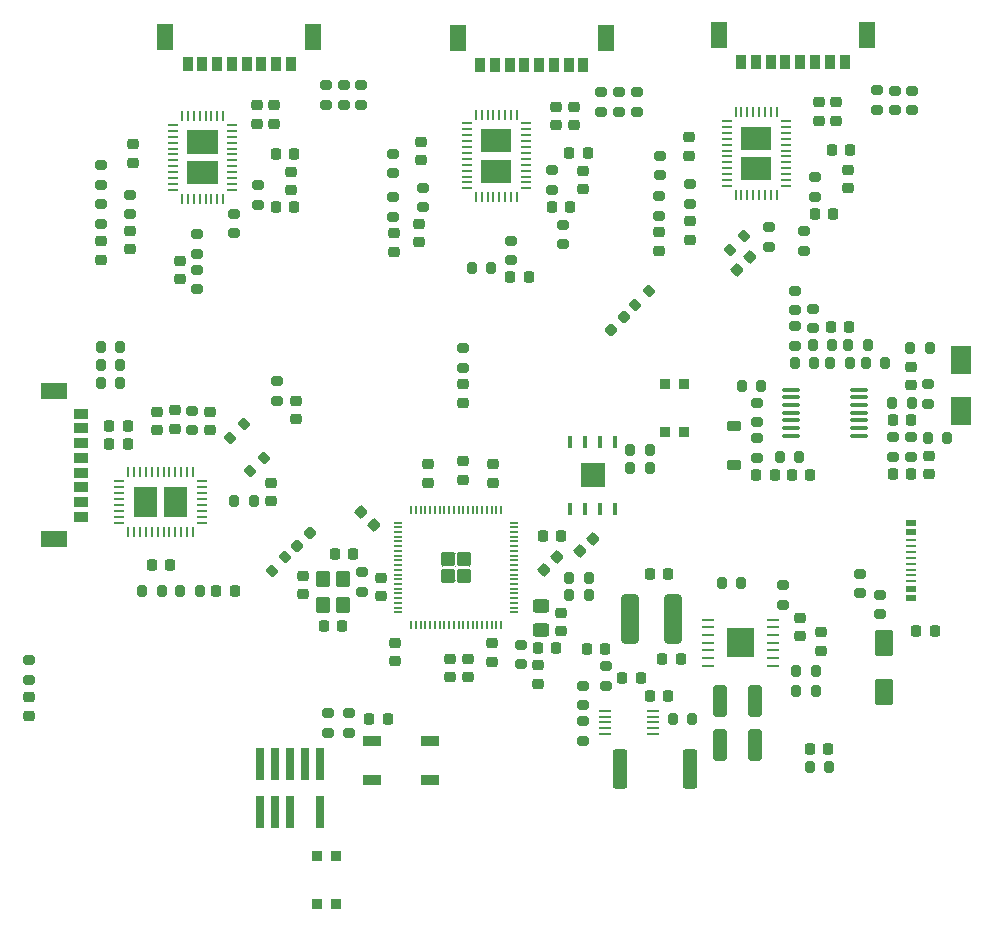
<source format=gtp>
%TF.GenerationSoftware,KiCad,Pcbnew,9.0.2-9.0.2-0~ubuntu24.04.1*%
%TF.CreationDate,2025-06-13T17:41:29-07:00*%
%TF.ProjectId,motor_board,6d6f746f-725f-4626-9f61-72642e6b6963,1.1*%
%TF.SameCoordinates,Original*%
%TF.FileFunction,Paste,Top*%
%TF.FilePolarity,Positive*%
%FSLAX46Y46*%
G04 Gerber Fmt 4.6, Leading zero omitted, Abs format (unit mm)*
G04 Created by KiCad (PCBNEW 9.0.2-9.0.2-0~ubuntu24.04.1) date 2025-06-13 17:41:29*
%MOMM*%
%LPD*%
G01*
G04 APERTURE LIST*
G04 Aperture macros list*
%AMRoundRect*
0 Rectangle with rounded corners*
0 $1 Rounding radius*
0 $2 $3 $4 $5 $6 $7 $8 $9 X,Y pos of 4 corners*
0 Add a 4 corners polygon primitive as box body*
4,1,4,$2,$3,$4,$5,$6,$7,$8,$9,$2,$3,0*
0 Add four circle primitives for the rounded corners*
1,1,$1+$1,$2,$3*
1,1,$1+$1,$4,$5*
1,1,$1+$1,$6,$7*
1,1,$1+$1,$8,$9*
0 Add four rect primitives between the rounded corners*
20,1,$1+$1,$2,$3,$4,$5,0*
20,1,$1+$1,$4,$5,$6,$7,0*
20,1,$1+$1,$6,$7,$8,$9,0*
20,1,$1+$1,$8,$9,$2,$3,0*%
G04 Aperture macros list end*
%ADD10C,0.000000*%
%ADD11R,1.120140X0.213360*%
%ADD12R,1.617000X1.722000*%
%ADD13RoundRect,0.225000X0.225000X0.250000X-0.225000X0.250000X-0.225000X-0.250000X0.225000X-0.250000X0*%
%ADD14RoundRect,0.225000X-0.225000X-0.250000X0.225000X-0.250000X0.225000X0.250000X-0.225000X0.250000X0*%
%ADD15RoundRect,0.200000X0.275000X-0.200000X0.275000X0.200000X-0.275000X0.200000X-0.275000X-0.200000X0*%
%ADD16RoundRect,0.225000X0.250000X-0.225000X0.250000X0.225000X-0.250000X0.225000X-0.250000X-0.225000X0*%
%ADD17RoundRect,0.200000X0.200000X0.275000X-0.200000X0.275000X-0.200000X-0.275000X0.200000X-0.275000X0*%
%ADD18RoundRect,0.200000X-0.200000X-0.275000X0.200000X-0.275000X0.200000X0.275000X-0.200000X0.275000X0*%
%ADD19RoundRect,0.250000X0.362500X1.425000X-0.362500X1.425000X-0.362500X-1.425000X0.362500X-1.425000X0*%
%ADD20RoundRect,0.333000X0.417000X1.767000X-0.417000X1.767000X-0.417000X-1.767000X0.417000X-1.767000X0*%
%ADD21RoundRect,0.250000X-0.325000X-1.100000X0.325000X-1.100000X0.325000X1.100000X-0.325000X1.100000X0*%
%ADD22R,1.137920X0.211328*%
%ADD23R,0.920000X0.480000*%
%ADD24R,0.920000X0.240000*%
%ADD25RoundRect,0.225000X0.335876X0.017678X0.017678X0.335876X-0.335876X-0.017678X-0.017678X-0.335876X0*%
%ADD26RoundRect,0.225000X-0.250000X0.225000X-0.250000X-0.225000X0.250000X-0.225000X0.250000X0.225000X0*%
%ADD27RoundRect,0.200000X-0.275000X0.200000X-0.275000X-0.200000X0.275000X-0.200000X0.275000X0.200000X0*%
%ADD28RoundRect,0.218750X0.256250X-0.218750X0.256250X0.218750X-0.256250X0.218750X-0.256250X-0.218750X0*%
%ADD29R,0.242473X0.906066*%
%ADD30R,0.906066X0.242473*%
%ADD31RoundRect,0.168300X0.596700X-0.936700X0.596700X0.936700X-0.596700X0.936700X-0.596700X-0.936700X0*%
%ADD32RoundRect,0.200000X-0.053033X0.335876X-0.335876X0.053033X0.053033X-0.335876X0.335876X-0.053033X0*%
%ADD33RoundRect,0.090000X-0.660000X-0.360000X0.660000X-0.360000X0.660000X0.360000X-0.660000X0.360000X0*%
%ADD34R,0.740000X2.790000*%
%ADD35RoundRect,0.250000X-0.450000X0.325000X-0.450000X-0.325000X0.450000X-0.325000X0.450000X0.325000X0*%
%ADD36R,0.900000X0.900000*%
%ADD37R,0.838200X1.295400*%
%ADD38R,1.397000X2.260600*%
%ADD39RoundRect,0.250000X-0.350000X0.450000X-0.350000X-0.450000X0.350000X-0.450000X0.350000X0.450000X0*%
%ADD40RoundRect,0.100000X0.637500X0.100000X-0.637500X0.100000X-0.637500X-0.100000X0.637500X-0.100000X0*%
%ADD41RoundRect,0.218750X-0.026517X0.335876X-0.335876X0.026517X0.026517X-0.335876X0.335876X-0.026517X0*%
%ADD42R,0.450000X1.050000*%
%ADD43R,2.100000X2.100000*%
%ADD44RoundRect,0.225000X0.017678X-0.335876X0.335876X-0.017678X-0.017678X0.335876X-0.335876X0.017678X0*%
%ADD45RoundRect,0.218750X0.218750X0.256250X-0.218750X0.256250X-0.218750X-0.256250X0.218750X-0.256250X0*%
%ADD46R,1.700000X2.350000*%
%ADD47RoundRect,0.218750X0.026517X-0.335876X0.335876X-0.026517X-0.026517X0.335876X-0.335876X0.026517X0*%
%ADD48RoundRect,0.200000X0.053033X-0.335876X0.335876X-0.053033X-0.053033X0.335876X-0.335876X0.053033X0*%
%ADD49RoundRect,0.225000X-0.375000X0.225000X-0.375000X-0.225000X0.375000X-0.225000X0.375000X0.225000X0*%
%ADD50RoundRect,0.250000X-0.350000X0.350000X-0.350000X-0.350000X0.350000X-0.350000X0.350000X0.350000X0*%
%ADD51RoundRect,0.044000X-0.044000X-0.268000X0.044000X-0.268000X0.044000X0.268000X-0.044000X0.268000X0*%
%ADD52RoundRect,0.044000X-0.268000X0.044000X-0.268000X-0.044000X0.268000X-0.044000X0.268000X0.044000X0*%
%ADD53R,0.000001X0.000001*%
%ADD54R,1.295400X0.838200*%
%ADD55R,2.260600X1.397000*%
%ADD56RoundRect,0.225000X-0.017678X0.335876X-0.335876X0.017678X0.017678X-0.335876X0.335876X-0.017678X0*%
G04 APERTURE END LIST*
D10*
%TO.C,U5*%
G36*
X166391004Y-118020000D02*
G01*
X164081004Y-118020000D01*
X164081004Y-115560000D01*
X166391004Y-115560000D01*
X166391004Y-118020000D01*
G37*
%TO.C,U9*%
G36*
X115805771Y-106161631D02*
G01*
X113838371Y-106161631D01*
X113838371Y-103605095D01*
X115805771Y-103605095D01*
X115805771Y-106161631D01*
G37*
G36*
X118394905Y-106161631D02*
G01*
X116427505Y-106161631D01*
X116427505Y-103605095D01*
X118394905Y-103605095D01*
X118394905Y-106161631D01*
G37*
%TO.C,U6*%
G36*
X145825400Y-75266067D02*
G01*
X143268864Y-75266067D01*
X143268864Y-73298667D01*
X145825400Y-73298667D01*
X145825400Y-75266067D01*
G37*
G36*
X145825400Y-77855201D02*
G01*
X143268864Y-77855201D01*
X143268864Y-75887801D01*
X145825400Y-75887801D01*
X145825400Y-77855201D01*
G37*
%TO.C,U1*%
G36*
X167825400Y-75066067D02*
G01*
X165268864Y-75066067D01*
X165268864Y-73098667D01*
X167825400Y-73098667D01*
X167825400Y-75066067D01*
G37*
G36*
X167825400Y-77655201D02*
G01*
X165268864Y-77655201D01*
X165268864Y-75687801D01*
X167825400Y-75687801D01*
X167825400Y-77655201D01*
G37*
%TO.C,U8*%
G36*
X120950400Y-75391067D02*
G01*
X118393864Y-75391067D01*
X118393864Y-73423667D01*
X120950400Y-73423667D01*
X120950400Y-75391067D01*
G37*
G36*
X120950400Y-77980201D02*
G01*
X118393864Y-77980201D01*
X118393864Y-76012801D01*
X120950400Y-76012801D01*
X120950400Y-77980201D01*
G37*
%TD*%
D11*
%TO.C,U5*%
X168004604Y-118740034D03*
X168004604Y-118090021D03*
X168004604Y-117440012D03*
X168004604Y-116790000D03*
X168004604Y-116139988D03*
X168004604Y-115489979D03*
X168004604Y-114839966D03*
X162467404Y-114839966D03*
X162467404Y-115489979D03*
X162467404Y-116139988D03*
X162467404Y-116790000D03*
X162467404Y-117440012D03*
X162467404Y-118090021D03*
X162467404Y-118740034D03*
D12*
X165236004Y-116790000D03*
%TD*%
D13*
%TO.C,C18*%
X159069100Y-110973900D03*
X157519100Y-110973900D03*
%TD*%
D14*
%TO.C,C17*%
X152225000Y-117300000D03*
X153775000Y-117300000D03*
%TD*%
%TO.C,C21*%
X158603600Y-118152400D03*
X160153600Y-118152400D03*
%TD*%
D15*
%TO.C,R15*%
X168776600Y-113579900D03*
X168776600Y-111929900D03*
%TD*%
D16*
%TO.C,C26*%
X170237100Y-116260400D03*
X170237100Y-114710400D03*
%TD*%
D14*
%TO.C,C29*%
X180100000Y-115800000D03*
X181650000Y-115800000D03*
%TD*%
D17*
%TO.C,R13*%
X171570100Y-119168400D03*
X169920100Y-119168400D03*
%TD*%
D16*
%TO.C,C27*%
X172015100Y-117466900D03*
X172015100Y-115916900D03*
%TD*%
D18*
%TO.C,R29*%
X163619100Y-111773900D03*
X165269100Y-111773900D03*
%TD*%
%TO.C,R14*%
X169920100Y-120882900D03*
X171570100Y-120882900D03*
%TD*%
D19*
%TO.C,R8*%
X160962500Y-127500000D03*
X155037500Y-127500000D03*
%TD*%
D20*
%TO.C,L2*%
X159464100Y-114786900D03*
X155864100Y-114786900D03*
%TD*%
D21*
%TO.C,C19*%
X163507004Y-121743000D03*
X166457004Y-121743000D03*
%TD*%
%TO.C,C20*%
X163507004Y-125454900D03*
X166457004Y-125454900D03*
%TD*%
D17*
%TO.C,R26*%
X161119100Y-123223900D03*
X159469100Y-123223900D03*
%TD*%
D22*
%TO.C,U4*%
X157838800Y-124549901D03*
X157838800Y-124049899D03*
X157838800Y-123549900D03*
X157838800Y-123049901D03*
X157838800Y-122549899D03*
X153749400Y-122549899D03*
X153749400Y-123049901D03*
X153749400Y-123549900D03*
X153749400Y-124049899D03*
X153749400Y-124549901D03*
%TD*%
D14*
%TO.C,C32*%
X157519100Y-121323900D03*
X159069100Y-121323900D03*
%TD*%
D23*
%TO.C,J13*%
X179660000Y-113050000D03*
X179660000Y-112250000D03*
D24*
X179660000Y-111100000D03*
X179660000Y-110100000D03*
X179660000Y-109600000D03*
X179660000Y-108600000D03*
D23*
X179660000Y-107450000D03*
X179660000Y-106650000D03*
D24*
X179660000Y-108100000D03*
X179660000Y-109100000D03*
X179660000Y-110600000D03*
X179660000Y-111600000D03*
%TD*%
D25*
%TO.C,C46*%
X134217108Y-106846908D03*
X133121092Y-105750892D03*
%TD*%
D14*
%TO.C,C56*%
X125897132Y-79926933D03*
X127447132Y-79926933D03*
%TD*%
D26*
%TO.C,C28*%
X140650000Y-118175000D03*
X140650000Y-119725000D03*
%TD*%
D16*
%TO.C,C62*%
X115823592Y-98815914D03*
X115823592Y-97265914D03*
%TD*%
D15*
%TO.C,R6*%
X158400000Y-77225000D03*
X158400000Y-75575000D03*
%TD*%
D14*
%TO.C,C55*%
X125847132Y-75451933D03*
X127397132Y-75451933D03*
%TD*%
D27*
%TO.C,R49*%
X122300000Y-80475000D03*
X122300000Y-82125000D03*
%TD*%
D28*
%TO.C,D8*%
X113500000Y-83487500D03*
X113500000Y-81912500D03*
%TD*%
D18*
%TO.C,R42*%
X150719100Y-112773900D03*
X152369100Y-112773900D03*
%TD*%
D17*
%TO.C,R50*%
X181219100Y-91873900D03*
X179569100Y-91873900D03*
%TD*%
D27*
%TO.C,R31*%
X124397132Y-78051933D03*
X124397132Y-79701933D03*
%TD*%
D26*
%TO.C,C8*%
X160847132Y-74001933D03*
X160847132Y-75551933D03*
%TD*%
D16*
%TO.C,C15*%
X141694100Y-102998900D03*
X141694100Y-101448900D03*
%TD*%
D17*
%TO.C,R46*%
X116225000Y-112400000D03*
X114575000Y-112400000D03*
%TD*%
D29*
%TO.C,U9*%
X118866637Y-102380330D03*
X118366638Y-102380330D03*
X117866636Y-102380330D03*
X117366637Y-102380330D03*
X116866638Y-102380330D03*
X116366637Y-102380330D03*
X115866637Y-102380330D03*
X115366636Y-102380330D03*
X114866637Y-102380330D03*
X114366638Y-102380330D03*
X113866636Y-102380330D03*
X113366637Y-102380330D03*
D30*
X112613604Y-103133364D03*
X112613604Y-103633363D03*
X112613604Y-104133362D03*
X112613604Y-104633363D03*
X112613604Y-105133363D03*
X112613604Y-105633364D03*
X112613604Y-106133363D03*
X112613604Y-106633362D03*
D29*
X113366637Y-107386396D03*
X113866636Y-107386396D03*
X114366638Y-107386396D03*
X114866637Y-107386396D03*
X115366636Y-107386396D03*
X115866637Y-107386396D03*
X116366637Y-107386396D03*
X116866638Y-107386396D03*
X117366637Y-107386396D03*
X117866636Y-107386396D03*
X118366638Y-107386396D03*
X118866637Y-107386396D03*
D30*
X119619670Y-106633362D03*
X119619670Y-106133363D03*
X119619670Y-105633364D03*
X119619670Y-105133363D03*
X119619670Y-104633363D03*
X119619670Y-104133362D03*
X119619670Y-103633363D03*
X119619670Y-103133364D03*
%TD*%
D15*
%TO.C,R64*%
X166594100Y-98148900D03*
X166594100Y-96498900D03*
%TD*%
D14*
%TO.C,C57*%
X111773592Y-98465914D03*
X113323592Y-98465914D03*
%TD*%
D27*
%TO.C,R25*%
X119222132Y-85201933D03*
X119222132Y-86851933D03*
%TD*%
D18*
%TO.C,R41*%
X150719100Y-111273900D03*
X152369100Y-111273900D03*
%TD*%
D16*
%TO.C,C59*%
X125438605Y-104836395D03*
X125438605Y-103286395D03*
%TD*%
D18*
%TO.C,R73*%
X117775000Y-112400000D03*
X119425000Y-112400000D03*
%TD*%
D17*
%TO.C,R63*%
X170169100Y-101073900D03*
X168519100Y-101073900D03*
%TD*%
D28*
%TO.C,D12*%
X127612500Y-97887500D03*
X127612500Y-96312500D03*
%TD*%
D17*
%TO.C,R35*%
X112688605Y-93261395D03*
X111038605Y-93261395D03*
%TD*%
D15*
%TO.C,R40*%
X177032000Y-114387000D03*
X177032000Y-112737000D03*
%TD*%
D26*
%TO.C,C37*%
X125757132Y-71301933D03*
X125757132Y-72851933D03*
%TD*%
D15*
%TO.C,R10*%
X176797132Y-71676933D03*
X176797132Y-70026933D03*
%TD*%
D18*
%TO.C,R76*%
X169819100Y-93073900D03*
X171469100Y-93073900D03*
%TD*%
D27*
%TO.C,R48*%
X170600000Y-81975000D03*
X170600000Y-83625000D03*
%TD*%
D18*
%TO.C,R78*%
X172819100Y-93073900D03*
X174469100Y-93073900D03*
%TD*%
D31*
%TO.C,D2*%
X177400000Y-116850000D03*
X177400000Y-120950000D03*
%TD*%
D26*
%TO.C,C43*%
X113747132Y-74601933D03*
X113747132Y-76151933D03*
%TD*%
D13*
%TO.C,C45*%
X132444100Y-109323900D03*
X130894100Y-109323900D03*
%TD*%
D30*
%TO.C,U6*%
X147050165Y-78326933D03*
X147050165Y-77826934D03*
X147050165Y-77326932D03*
X147050165Y-76826933D03*
X147050165Y-76326934D03*
X147050165Y-75826933D03*
X147050165Y-75326933D03*
X147050165Y-74826932D03*
X147050165Y-74326933D03*
X147050165Y-73826934D03*
X147050165Y-73326932D03*
X147050165Y-72826933D03*
D29*
X146297131Y-72073900D03*
X145797132Y-72073900D03*
X145297133Y-72073900D03*
X144797132Y-72073900D03*
X144297132Y-72073900D03*
X143797131Y-72073900D03*
X143297132Y-72073900D03*
X142797133Y-72073900D03*
D30*
X142044099Y-72826933D03*
X142044099Y-73326932D03*
X142044099Y-73826934D03*
X142044099Y-74326933D03*
X142044099Y-74826932D03*
X142044099Y-75326933D03*
X142044099Y-75826933D03*
X142044099Y-76326934D03*
X142044099Y-76826933D03*
X142044099Y-77326932D03*
X142044099Y-77826934D03*
X142044099Y-78326933D03*
D29*
X142797133Y-79079966D03*
X143297132Y-79079966D03*
X143797131Y-79079966D03*
X144297132Y-79079966D03*
X144797132Y-79079966D03*
X145297133Y-79079966D03*
X145797132Y-79079966D03*
X146297131Y-79079966D03*
%TD*%
D27*
%TO.C,R71*%
X158300000Y-78975000D03*
X158300000Y-80625000D03*
%TD*%
D26*
%TO.C,C3*%
X173322132Y-71051933D03*
X173322132Y-72601933D03*
%TD*%
%TO.C,C1*%
X128200000Y-111125000D03*
X128200000Y-112675000D03*
%TD*%
D18*
%TO.C,R80*%
X175819100Y-93073900D03*
X177469100Y-93073900D03*
%TD*%
D13*
%TO.C,C54*%
X174419100Y-90073900D03*
X172869100Y-90073900D03*
%TD*%
D17*
%TO.C,R4*%
X157519100Y-100473900D03*
X155869100Y-100473900D03*
%TD*%
D16*
%TO.C,C49*%
X144294100Y-103248900D03*
X144294100Y-101698900D03*
%TD*%
D14*
%TO.C,C58*%
X111773592Y-99965914D03*
X113323592Y-99965914D03*
%TD*%
D16*
%TO.C,C50*%
X138794100Y-103248900D03*
X138794100Y-101698900D03*
%TD*%
D27*
%TO.C,R75*%
X169844100Y-89998900D03*
X169844100Y-91648900D03*
%TD*%
%TO.C,R56*%
X178112850Y-99398900D03*
X178112850Y-101048900D03*
%TD*%
D18*
%TO.C,R32*%
X122338605Y-104786395D03*
X123988605Y-104786395D03*
%TD*%
D28*
%TO.C,D16*%
X111100000Y-84387500D03*
X111100000Y-82812500D03*
%TD*%
D26*
%TO.C,C40*%
X135994100Y-116798900D03*
X135994100Y-118348900D03*
%TD*%
D13*
%TO.C,C2*%
X131469100Y-115373900D03*
X129919100Y-115373900D03*
%TD*%
D15*
%TO.C,R30*%
X130122132Y-71251933D03*
X130122132Y-69601933D03*
%TD*%
D13*
%TO.C,C42*%
X171119100Y-102573900D03*
X169569100Y-102573900D03*
%TD*%
D26*
%TO.C,C14*%
X134750000Y-111298900D03*
X134750000Y-112848900D03*
%TD*%
D27*
%TO.C,R24*%
X119222132Y-82201933D03*
X119222132Y-83851933D03*
%TD*%
D32*
%TO.C,R2*%
X165530495Y-82368570D03*
X164363769Y-83535296D03*
%TD*%
D33*
%TO.C,D1*%
X134044100Y-125123900D03*
X134044100Y-128423900D03*
X138944100Y-128423900D03*
X138944100Y-125123900D03*
%TD*%
D14*
%TO.C,C51*%
X166569100Y-102573900D03*
X168119100Y-102573900D03*
%TD*%
D26*
%TO.C,C30*%
X179619100Y-93448900D03*
X179619100Y-94998900D03*
%TD*%
D14*
%TO.C,C35*%
X150719100Y-75323900D03*
X152269100Y-75323900D03*
%TD*%
D28*
%TO.C,D14*%
X135900000Y-83687500D03*
X135900000Y-82112500D03*
%TD*%
D14*
%TO.C,C36*%
X149219100Y-79873900D03*
X150769100Y-79873900D03*
%TD*%
D17*
%TO.C,R36*%
X112698592Y-94765914D03*
X111048592Y-94765914D03*
%TD*%
D14*
%TO.C,C22*%
X172922132Y-75076933D03*
X174472132Y-75076933D03*
%TD*%
D17*
%TO.C,R81*%
X182719100Y-99473900D03*
X181069100Y-99473900D03*
%TD*%
D13*
%TO.C,C52*%
X179669100Y-97973900D03*
X178119100Y-97973900D03*
%TD*%
D27*
%TO.C,R54*%
X181119100Y-94898900D03*
X181119100Y-96548900D03*
%TD*%
D15*
%TO.C,R39*%
X175300000Y-112600000D03*
X175300000Y-110950000D03*
%TD*%
D34*
%TO.C,J2*%
X124547500Y-131141400D03*
X124547500Y-127071400D03*
X125817500Y-131141400D03*
X125817500Y-127071400D03*
X127087500Y-131141400D03*
X127087500Y-127071400D03*
X128357500Y-127071400D03*
X129627500Y-131141400D03*
X129627500Y-127071400D03*
%TD*%
D35*
%TO.C,L1*%
X148294100Y-113648900D03*
X148294100Y-115698900D03*
%TD*%
D15*
%TO.C,R20*%
X146594100Y-118598900D03*
X146594100Y-116948900D03*
%TD*%
D27*
%TO.C,R22*%
X149244100Y-76798900D03*
X149244100Y-78448900D03*
%TD*%
D32*
%TO.C,R61*%
X157483363Y-87016637D03*
X156316637Y-88183363D03*
%TD*%
D36*
%TO.C,SW2*%
X158844100Y-94873900D03*
X158844100Y-98973900D03*
X160444100Y-94873900D03*
X160444100Y-98973900D03*
%TD*%
D37*
%TO.C,J3*%
X151919100Y-67868100D03*
X150669100Y-67868100D03*
X149419100Y-67868100D03*
X148169100Y-67868100D03*
X146919100Y-67868100D03*
X145669100Y-67868100D03*
X144419100Y-67868100D03*
X143169100Y-67868100D03*
D38*
X141269099Y-65573210D03*
X153819101Y-65573210D03*
%TD*%
D14*
%TO.C,C23*%
X171522132Y-80476933D03*
X173072132Y-80476933D03*
%TD*%
D15*
%TO.C,R18*%
X154919100Y-71848900D03*
X154919100Y-70198900D03*
%TD*%
%TO.C,R37*%
X118800000Y-98825000D03*
X118800000Y-97175000D03*
%TD*%
D17*
%TO.C,R16*%
X144119100Y-85073900D03*
X142469100Y-85073900D03*
%TD*%
D15*
%TO.C,R28*%
X131622132Y-71251933D03*
X131622132Y-69601933D03*
%TD*%
%TO.C,R62*%
X179644100Y-101048900D03*
X179644100Y-99398900D03*
%TD*%
D14*
%TO.C,C12*%
X148044100Y-117273900D03*
X149594100Y-117273900D03*
%TD*%
D17*
%TO.C,R53*%
X179719100Y-96473900D03*
X178069100Y-96473900D03*
%TD*%
D13*
%TO.C,C41*%
X179669100Y-102473900D03*
X178119100Y-102473900D03*
%TD*%
D17*
%TO.C,R34*%
X112688605Y-91761395D03*
X111038605Y-91761395D03*
%TD*%
D18*
%TO.C,R79*%
X174319100Y-91573900D03*
X175969100Y-91573900D03*
%TD*%
D26*
%TO.C,C10*%
X148069100Y-118723900D03*
X148069100Y-120273900D03*
%TD*%
D15*
%TO.C,R27*%
X133097132Y-71251933D03*
X133097132Y-69601933D03*
%TD*%
%TO.C,R3*%
X132044100Y-124436400D03*
X132044100Y-122786400D03*
%TD*%
%TO.C,R5*%
X135800000Y-77025000D03*
X135800000Y-75375000D03*
%TD*%
D26*
%TO.C,C38*%
X124297132Y-71301933D03*
X124297132Y-72851933D03*
%TD*%
D27*
%TO.C,R11*%
X171547132Y-77401933D03*
X171547132Y-79051933D03*
%TD*%
%TO.C,R52*%
X153800000Y-118775000D03*
X153800000Y-120425000D03*
%TD*%
D26*
%TO.C,C4*%
X171822132Y-71051933D03*
X171822132Y-72601933D03*
%TD*%
D18*
%TO.C,R74*%
X171075000Y-127300000D03*
X172725000Y-127300000D03*
%TD*%
D27*
%TO.C,R69*%
X169844100Y-86998900D03*
X169844100Y-88648900D03*
%TD*%
D17*
%TO.C,R82*%
X166969100Y-95023900D03*
X165319100Y-95023900D03*
%TD*%
D13*
%TO.C,C48*%
X150019100Y-107723900D03*
X148469100Y-107723900D03*
%TD*%
D39*
%TO.C,Y1*%
X129844100Y-111373900D03*
X129844100Y-113573900D03*
X131544100Y-113573900D03*
X131544100Y-111373900D03*
%TD*%
D27*
%TO.C,R47*%
X150200000Y-81400000D03*
X150200000Y-83050000D03*
%TD*%
D26*
%TO.C,C44*%
X127197132Y-76926933D03*
X127197132Y-78476933D03*
%TD*%
D40*
%TO.C,U7*%
X175206600Y-99273900D03*
X175206600Y-98623900D03*
X175206600Y-97973900D03*
X175206600Y-97323900D03*
X175206600Y-96673900D03*
X175206600Y-96023900D03*
X175206600Y-95373900D03*
X169481600Y-95373900D03*
X169481600Y-96023900D03*
X169481600Y-96673900D03*
X169481600Y-97323900D03*
X169481600Y-97973900D03*
X169481600Y-98623900D03*
X169481600Y-99273900D03*
%TD*%
D41*
%TO.C,D9*%
X128800000Y-107500000D03*
X127686306Y-108613694D03*
%TD*%
D28*
%TO.C,D4*%
X138000000Y-82887500D03*
X138000000Y-81312500D03*
%TD*%
%TO.C,D5*%
X160900000Y-82687500D03*
X160900000Y-81112500D03*
%TD*%
D26*
%TO.C,C13*%
X142150000Y-118175000D03*
X142150000Y-119725000D03*
%TD*%
D42*
%TO.C,U3*%
X154599100Y-99773900D03*
X153329100Y-99773900D03*
X152059100Y-99773900D03*
X150789100Y-99773900D03*
X150789100Y-105473900D03*
X152059100Y-105473900D03*
X153329100Y-105473900D03*
X154599100Y-105473900D03*
D43*
X152694100Y-102623900D03*
%TD*%
D14*
%TO.C,C5*%
X133794100Y-123273900D03*
X135344100Y-123273900D03*
%TD*%
D15*
%TO.C,R38*%
X133194100Y-112498900D03*
X133194100Y-110848900D03*
%TD*%
D26*
%TO.C,C39*%
X117747132Y-84476933D03*
X117747132Y-86026933D03*
%TD*%
D37*
%TO.C,J1*%
X174022132Y-67651933D03*
X172772132Y-67651933D03*
X171522132Y-67651933D03*
X170272132Y-67651933D03*
X169022132Y-67651933D03*
X167772132Y-67651933D03*
X166522132Y-67651933D03*
X165272132Y-67651933D03*
D38*
X163372131Y-65357043D03*
X175922133Y-65357043D03*
%TD*%
D30*
%TO.C,U1*%
X169050165Y-78126933D03*
X169050165Y-77626934D03*
X169050165Y-77126932D03*
X169050165Y-76626933D03*
X169050165Y-76126934D03*
X169050165Y-75626933D03*
X169050165Y-75126933D03*
X169050165Y-74626932D03*
X169050165Y-74126933D03*
X169050165Y-73626934D03*
X169050165Y-73126932D03*
X169050165Y-72626933D03*
D29*
X168297131Y-71873900D03*
X167797132Y-71873900D03*
X167297133Y-71873900D03*
X166797132Y-71873900D03*
X166297132Y-71873900D03*
X165797131Y-71873900D03*
X165297132Y-71873900D03*
X164797133Y-71873900D03*
D30*
X164044099Y-72626933D03*
X164044099Y-73126932D03*
X164044099Y-73626934D03*
X164044099Y-74126933D03*
X164044099Y-74626932D03*
X164044099Y-75126933D03*
X164044099Y-75626933D03*
X164044099Y-76126934D03*
X164044099Y-76626933D03*
X164044099Y-77126932D03*
X164044099Y-77626934D03*
X164044099Y-78126933D03*
D29*
X164797133Y-78879966D03*
X165297132Y-78879966D03*
X165797131Y-78879966D03*
X166297132Y-78879966D03*
X166797132Y-78879966D03*
X167297133Y-78879966D03*
X167797132Y-78879966D03*
X168297131Y-78879966D03*
%TD*%
D44*
%TO.C,C47*%
X148546092Y-110596908D03*
X149642108Y-109500892D03*
%TD*%
D36*
%TO.C,SW1*%
X130940425Y-138957500D03*
X130940425Y-134857500D03*
X129340425Y-138957500D03*
X129340425Y-134857500D03*
%TD*%
D45*
%TO.C,3V3*%
X156800000Y-119800000D03*
X155225000Y-119800000D03*
%TD*%
D15*
%TO.C,R45*%
X111100000Y-78025000D03*
X111100000Y-76375000D03*
%TD*%
%TO.C,R7*%
X179747132Y-71701933D03*
X179747132Y-70051933D03*
%TD*%
D14*
%TO.C,C60*%
X115388605Y-110186395D03*
X116938605Y-110186395D03*
%TD*%
D46*
%TO.C,D7*%
X183844100Y-97173900D03*
X183844100Y-92873900D03*
%TD*%
D14*
%TO.C,C31*%
X145719100Y-85823900D03*
X147269100Y-85823900D03*
%TD*%
D47*
%TO.C,D11*%
X154243153Y-90356847D03*
X155356847Y-89243153D03*
%TD*%
D26*
%TO.C,C11*%
X149994100Y-114248900D03*
X149994100Y-115798900D03*
%TD*%
D18*
%TO.C,R77*%
X171319100Y-91573900D03*
X172969100Y-91573900D03*
%TD*%
D27*
%TO.C,R57*%
X160900000Y-77975000D03*
X160900000Y-79625000D03*
%TD*%
D26*
%TO.C,C34*%
X151894100Y-76848900D03*
X151894100Y-78398900D03*
%TD*%
D28*
%TO.C,D13*%
X105000000Y-122987500D03*
X105000000Y-121412500D03*
%TD*%
D45*
%TO.C,vbatt1*%
X172662500Y-125773900D03*
X171087500Y-125773900D03*
%TD*%
D27*
%TO.C,R66*%
X105000000Y-118275000D03*
X105000000Y-119925000D03*
%TD*%
D26*
%TO.C,C53*%
X181169100Y-100948900D03*
X181169100Y-102498900D03*
%TD*%
%TO.C,C33*%
X138194100Y-74398900D03*
X138194100Y-75948900D03*
%TD*%
D27*
%TO.C,R55*%
X138300000Y-78275000D03*
X138300000Y-79925000D03*
%TD*%
%TO.C,R65*%
X126000000Y-94675000D03*
X126000000Y-96325000D03*
%TD*%
D30*
%TO.C,U8*%
X122175165Y-78451933D03*
X122175165Y-77951934D03*
X122175165Y-77451932D03*
X122175165Y-76951933D03*
X122175165Y-76451934D03*
X122175165Y-75951933D03*
X122175165Y-75451933D03*
X122175165Y-74951932D03*
X122175165Y-74451933D03*
X122175165Y-73951934D03*
X122175165Y-73451932D03*
X122175165Y-72951933D03*
D29*
X121422131Y-72198900D03*
X120922132Y-72198900D03*
X120422133Y-72198900D03*
X119922132Y-72198900D03*
X119422132Y-72198900D03*
X118922131Y-72198900D03*
X118422132Y-72198900D03*
X117922133Y-72198900D03*
D30*
X117169099Y-72951933D03*
X117169099Y-73451932D03*
X117169099Y-73951934D03*
X117169099Y-74451933D03*
X117169099Y-74951932D03*
X117169099Y-75451933D03*
X117169099Y-75951933D03*
X117169099Y-76451934D03*
X117169099Y-76951933D03*
X117169099Y-77451932D03*
X117169099Y-77951934D03*
X117169099Y-78451933D03*
D29*
X117922133Y-79204966D03*
X118422132Y-79204966D03*
X118922131Y-79204966D03*
X119422132Y-79204966D03*
X119922132Y-79204966D03*
X120422133Y-79204966D03*
X120922132Y-79204966D03*
X121422131Y-79204966D03*
%TD*%
D28*
%TO.C,D15*%
X158300000Y-83587500D03*
X158300000Y-82012500D03*
%TD*%
D26*
%TO.C,C9*%
X174297132Y-76751933D03*
X174297132Y-78301933D03*
%TD*%
D27*
%TO.C,R1*%
X167597132Y-81601933D03*
X167597132Y-83251933D03*
%TD*%
%TO.C,R68*%
X166594100Y-99498900D03*
X166594100Y-101148900D03*
%TD*%
%TO.C,R70*%
X171344100Y-88498900D03*
X171344100Y-90148900D03*
%TD*%
D48*
%TO.C,R59*%
X125516637Y-110683363D03*
X126683363Y-109516637D03*
%TD*%
D27*
%TO.C,R60*%
X141700000Y-91850000D03*
X141700000Y-93500000D03*
%TD*%
D15*
%TO.C,R9*%
X178272132Y-71701933D03*
X178272132Y-70051933D03*
%TD*%
%TO.C,R19*%
X153394100Y-71848900D03*
X153394100Y-70198900D03*
%TD*%
D26*
%TO.C,C16*%
X144144100Y-116848900D03*
X144144100Y-118398900D03*
%TD*%
D16*
%TO.C,C61*%
X117300000Y-98675000D03*
X117300000Y-97125000D03*
%TD*%
D27*
%TO.C,R67*%
X135800000Y-79075000D03*
X135800000Y-80725000D03*
%TD*%
%TO.C,R44*%
X151894100Y-123448900D03*
X151894100Y-125098900D03*
%TD*%
D18*
%TO.C,R21*%
X155869100Y-101973900D03*
X157519100Y-101973900D03*
%TD*%
D27*
%TO.C,R72*%
X111100000Y-79675000D03*
X111100000Y-81325000D03*
%TD*%
D49*
%TO.C,D6*%
X164644100Y-98473900D03*
X164644100Y-101773900D03*
%TD*%
D26*
%TO.C,C25*%
X149584100Y-71398900D03*
X149584100Y-72948900D03*
%TD*%
D16*
%TO.C,C63*%
X120300000Y-98775000D03*
X120300000Y-97225000D03*
%TD*%
D50*
%TO.C,U2*%
X141844100Y-109723900D03*
X140444100Y-109723900D03*
X141844100Y-111123900D03*
X140444100Y-111123900D03*
D51*
X144944100Y-105527400D03*
X144544100Y-105527400D03*
X144144100Y-105527400D03*
X143744100Y-105527400D03*
X143344100Y-105527400D03*
X142944100Y-105527400D03*
X142544100Y-105527400D03*
X142144100Y-105527400D03*
X141744100Y-105527400D03*
X141344100Y-105527400D03*
X140944100Y-105527400D03*
X140544100Y-105527400D03*
X140144100Y-105527400D03*
X139744100Y-105527400D03*
X139344100Y-105527400D03*
X138944100Y-105527400D03*
X138544100Y-105527400D03*
X138144100Y-105527400D03*
X137744100Y-105527400D03*
X137344100Y-105527400D03*
D52*
X136247600Y-106623900D03*
X136247600Y-107023900D03*
X136247600Y-107423900D03*
X136247600Y-107823900D03*
X136247600Y-108223900D03*
X136247600Y-108623900D03*
X136247600Y-109023900D03*
X136247600Y-109423900D03*
X136247600Y-109823900D03*
X136247600Y-110223900D03*
X136247600Y-110623900D03*
X136247600Y-111023900D03*
X136247600Y-111423900D03*
X136247600Y-111823900D03*
X136247600Y-112223900D03*
X136247600Y-112623900D03*
X136247600Y-113023900D03*
X136247600Y-113423900D03*
X136247600Y-113823900D03*
X136247600Y-114223900D03*
D51*
X137344100Y-115320400D03*
X137744100Y-115320400D03*
X138144100Y-115320400D03*
X138544100Y-115320400D03*
X138944100Y-115320400D03*
X139344100Y-115320400D03*
X139744100Y-115320400D03*
X140144100Y-115320400D03*
X140544100Y-115320400D03*
X140944100Y-115320400D03*
X141344100Y-115320400D03*
X141744100Y-115320400D03*
X142144100Y-115320400D03*
X142544100Y-115320400D03*
X142944100Y-115320400D03*
X143344100Y-115320400D03*
X143744100Y-115320400D03*
X144144100Y-115320400D03*
X144544100Y-115320400D03*
X144944100Y-115320400D03*
D52*
X146040600Y-114223900D03*
X146040600Y-113823900D03*
X146040600Y-113423900D03*
X146040600Y-113023900D03*
X146040600Y-112623900D03*
X146040600Y-112223900D03*
X146040600Y-111823900D03*
X146040600Y-111423900D03*
X146040600Y-111023900D03*
X146040600Y-110623900D03*
X146040600Y-110223900D03*
X146040600Y-109823900D03*
X146040600Y-109423900D03*
X146040600Y-109023900D03*
X146040600Y-108623900D03*
X146040600Y-108223900D03*
X146040600Y-107823900D03*
X146040600Y-107423900D03*
X146040600Y-107023900D03*
X146040600Y-106623900D03*
D53*
X142277433Y-109290567D03*
X141144100Y-109290567D03*
X140010767Y-109290567D03*
X142277433Y-110423900D03*
X141144100Y-110423900D03*
X140010767Y-110423900D03*
X142277433Y-111557233D03*
X141144100Y-111557233D03*
X140010767Y-111557233D03*
%TD*%
D27*
%TO.C,R12*%
X145744100Y-82748900D03*
X145744100Y-84398900D03*
%TD*%
D28*
%TO.C,D10*%
X141700000Y-96487500D03*
X141700000Y-94912500D03*
%TD*%
D48*
%TO.C,R51*%
X122016637Y-99483363D03*
X123183363Y-98316637D03*
%TD*%
D54*
%TO.C,J6*%
X109373592Y-97390914D03*
X109373592Y-98640914D03*
X109373592Y-99890914D03*
X109373592Y-101140914D03*
X109373592Y-102390914D03*
X109373592Y-103640914D03*
X109373592Y-104890914D03*
X109373592Y-106140914D03*
D55*
X107078702Y-108040915D03*
X107078702Y-95490913D03*
%TD*%
D48*
%TO.C,R33*%
X123716637Y-102283363D03*
X124883363Y-101116637D03*
%TD*%
D56*
%TO.C,C7*%
X152692108Y-107975892D03*
X151596092Y-109071908D03*
%TD*%
D37*
%TO.C,J4*%
X127147132Y-67796133D03*
X125897132Y-67796133D03*
X124647132Y-67796133D03*
X123397132Y-67796133D03*
X122147132Y-67796133D03*
X120897132Y-67796133D03*
X119647132Y-67796133D03*
X118397132Y-67796133D03*
D38*
X116497131Y-65501243D03*
X129047133Y-65501243D03*
%TD*%
D26*
%TO.C,C24*%
X151094100Y-71398900D03*
X151094100Y-72948900D03*
%TD*%
D15*
%TO.C,R23*%
X130294100Y-124436400D03*
X130294100Y-122786400D03*
%TD*%
%TO.C,R43*%
X151894100Y-122098900D03*
X151894100Y-120448900D03*
%TD*%
%TO.C,R17*%
X156444100Y-71848900D03*
X156444100Y-70198900D03*
%TD*%
D27*
%TO.C,R58*%
X113500000Y-78875000D03*
X113500000Y-80525000D03*
%TD*%
D45*
%TO.C,D17*%
X122387500Y-112400000D03*
X120812500Y-112400000D03*
%TD*%
D56*
%TO.C,C6*%
X166020140Y-84103925D03*
X164924124Y-85199941D03*
%TD*%
M02*

</source>
